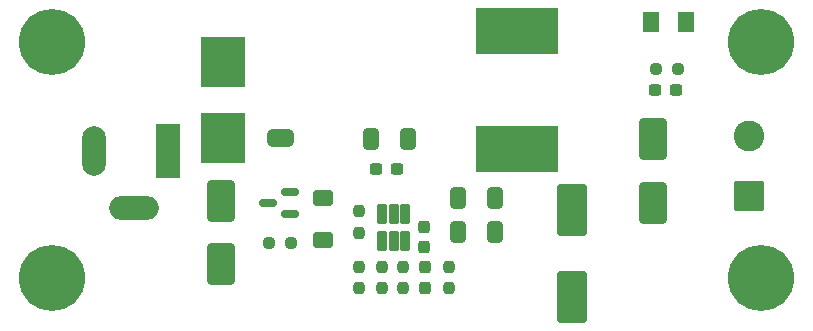
<source format=gbr>
%TF.GenerationSoftware,KiCad,Pcbnew,9.0.5*%
%TF.CreationDate,2025-11-03T21:44:09+01:00*%
%TF.ProjectId,7_4V_battery_replacement,375f3456-5f62-4617-9474-6572795f7265,rev?*%
%TF.SameCoordinates,Original*%
%TF.FileFunction,Soldermask,Top*%
%TF.FilePolarity,Negative*%
%FSLAX46Y46*%
G04 Gerber Fmt 4.6, Leading zero omitted, Abs format (unit mm)*
G04 Created by KiCad (PCBNEW 9.0.5) date 2025-11-03 21:44:09*
%MOMM*%
%LPD*%
G01*
G04 APERTURE LIST*
G04 Aperture macros list*
%AMRoundRect*
0 Rectangle with rounded corners*
0 $1 Rounding radius*
0 $2 $3 $4 $5 $6 $7 $8 $9 X,Y pos of 4 corners*
0 Add a 4 corners polygon primitive as box body*
4,1,4,$2,$3,$4,$5,$6,$7,$8,$9,$2,$3,0*
0 Add four circle primitives for the rounded corners*
1,1,$1+$1,$2,$3*
1,1,$1+$1,$4,$5*
1,1,$1+$1,$6,$7*
1,1,$1+$1,$8,$9*
0 Add four rect primitives between the rounded corners*
20,1,$1+$1,$2,$3,$4,$5,0*
20,1,$1+$1,$4,$5,$6,$7,0*
20,1,$1+$1,$6,$7,$8,$9,0*
20,1,$1+$1,$8,$9,$2,$3,0*%
%AMFreePoly0*
4,1,23,0.500000,-0.750000,0.000000,-0.750000,0.000000,-0.745722,-0.065263,-0.745722,-0.191342,-0.711940,-0.304381,-0.646677,-0.396677,-0.554381,-0.461940,-0.441342,-0.495722,-0.315263,-0.495722,-0.250000,-0.500000,-0.250000,-0.500000,0.250000,-0.495722,0.250000,-0.495722,0.315263,-0.461940,0.441342,-0.396677,0.554381,-0.304381,0.646677,-0.191342,0.711940,-0.065263,0.745722,0.000000,0.745722,
0.000000,0.750000,0.500000,0.750000,0.500000,-0.750000,0.500000,-0.750000,$1*%
%AMFreePoly1*
4,1,23,0.000000,0.745722,0.065263,0.745722,0.191342,0.711940,0.304381,0.646677,0.396677,0.554381,0.461940,0.441342,0.495722,0.315263,0.495722,0.250000,0.500000,0.250000,0.500000,-0.250000,0.495722,-0.250000,0.495722,-0.315263,0.461940,-0.441342,0.396677,-0.554381,0.304381,-0.646677,0.191342,-0.711940,0.065263,-0.745722,0.000000,-0.745722,0.000000,-0.750000,-0.500000,-0.750000,
-0.500000,0.750000,0.000000,0.750000,0.000000,0.745722,0.000000,0.745722,$1*%
G04 Aperture macros list end*
%ADD10R,2.000000X4.600000*%
%ADD11O,2.000000X4.200000*%
%ADD12O,4.200000X2.000000*%
%ADD13RoundRect,0.237500X0.237500X-0.250000X0.237500X0.250000X-0.237500X0.250000X-0.237500X-0.250000X0*%
%ADD14RoundRect,0.237500X-0.250000X-0.237500X0.250000X-0.237500X0.250000X0.237500X-0.250000X0.237500X0*%
%ADD15RoundRect,0.250000X-1.000000X1.950000X-1.000000X-1.950000X1.000000X-1.950000X1.000000X1.950000X0*%
%ADD16RoundRect,0.237500X-0.237500X0.250000X-0.237500X-0.250000X0.237500X-0.250000X0.237500X0.250000X0*%
%ADD17C,3.600000*%
%ADD18C,5.600000*%
%ADD19R,7.000000X4.000000*%
%ADD20RoundRect,0.250000X0.412500X0.650000X-0.412500X0.650000X-0.412500X-0.650000X0.412500X-0.650000X0*%
%ADD21RoundRect,0.250000X-0.900000X1.500000X-0.900000X-1.500000X0.900000X-1.500000X0.900000X1.500000X0*%
%ADD22RoundRect,0.237500X-0.300000X-0.237500X0.300000X-0.237500X0.300000X0.237500X-0.300000X0.237500X0*%
%ADD23RoundRect,0.237500X0.237500X-0.300000X0.237500X0.300000X-0.237500X0.300000X-0.237500X-0.300000X0*%
%ADD24RoundRect,0.250000X-0.600000X0.400000X-0.600000X-0.400000X0.600000X-0.400000X0.600000X0.400000X0*%
%ADD25RoundRect,0.250001X0.462499X0.624999X-0.462499X0.624999X-0.462499X-0.624999X0.462499X-0.624999X0*%
%ADD26RoundRect,0.099250X-0.297750X0.727750X-0.297750X-0.727750X0.297750X-0.727750X0.297750X0.727750X0*%
%ADD27R,3.810000X4.240000*%
%ADD28FreePoly0,0.000000*%
%ADD29FreePoly1,0.000000*%
%ADD30RoundRect,0.237500X0.250000X0.237500X-0.250000X0.237500X-0.250000X-0.237500X0.250000X-0.237500X0*%
%ADD31RoundRect,0.250000X1.050000X-1.050000X1.050000X1.050000X-1.050000X1.050000X-1.050000X-1.050000X0*%
%ADD32C,2.600000*%
%ADD33RoundRect,0.150000X0.587500X0.150000X-0.587500X0.150000X-0.587500X-0.150000X0.587500X-0.150000X0*%
%ADD34RoundRect,0.250000X-0.412500X-0.650000X0.412500X-0.650000X0.412500X0.650000X-0.412500X0.650000X0*%
G04 APERTURE END LIST*
%TO.C,JP1*%
G36*
X119138560Y-87388000D02*
G01*
X119438560Y-87388000D01*
X119438560Y-88888000D01*
X119138560Y-88888000D01*
X119138560Y-87388000D01*
G37*
%TD*%
D10*
%TO.C,J1*%
X109805000Y-89281000D03*
D11*
X103505000Y-89281000D03*
D12*
X106905000Y-94081000D03*
%TD*%
D13*
%TO.C,R5*%
X129667000Y-100861500D03*
X129667000Y-99036500D03*
%TD*%
D14*
%TO.C,R7*%
X151130000Y-82296000D03*
X152955000Y-82296000D03*
%TD*%
D15*
%TO.C,C8*%
X144018000Y-94217000D03*
X144018000Y-101617000D03*
%TD*%
D16*
%TO.C,R2*%
X125984000Y-99036500D03*
X125984000Y-100861500D03*
%TD*%
%TO.C,R6*%
X127889000Y-99036500D03*
X127889000Y-100861500D03*
%TD*%
%TO.C,R3*%
X125984000Y-94337500D03*
X125984000Y-96162500D03*
%TD*%
D17*
%TO.C,H4*%
X100000000Y-80000000D03*
D18*
X100000000Y-80000000D03*
%TD*%
D19*
%TO.C,L1*%
X139319000Y-79074000D03*
X139319000Y-89074000D03*
%TD*%
D20*
%TO.C,C4*%
X137452500Y-96139000D03*
X134327500Y-96139000D03*
%TD*%
D21*
%TO.C,D1*%
X150876000Y-88232000D03*
X150876000Y-93632000D03*
%TD*%
D22*
%TO.C,C2*%
X127407500Y-90744000D03*
X129132500Y-90744000D03*
%TD*%
D23*
%TO.C,C6*%
X131572000Y-100811500D03*
X131572000Y-99086500D03*
%TD*%
D21*
%TO.C,D2*%
X114300000Y-93446000D03*
X114300000Y-98846000D03*
%TD*%
D24*
%TO.C,D3*%
X122936000Y-93246000D03*
X122936000Y-96746000D03*
%TD*%
D17*
%TO.C,H1*%
X100000000Y-100000000D03*
D18*
X100000000Y-100000000D03*
%TD*%
D25*
%TO.C,D4*%
X153633500Y-78359000D03*
X150658500Y-78359000D03*
%TD*%
D26*
%TO.C,U1*%
X129838000Y-94589000D03*
X128888000Y-94589000D03*
X127938000Y-94589000D03*
X127938000Y-96899000D03*
X128888000Y-96899000D03*
X129838000Y-96899000D03*
%TD*%
D17*
%TO.C,H3*%
X160000000Y-80000000D03*
D18*
X160000000Y-80000000D03*
%TD*%
D27*
%TO.C,F1*%
X114469097Y-81737668D03*
X114469097Y-88107668D03*
%TD*%
D17*
%TO.C,H2*%
X160000000Y-100000000D03*
D18*
X160000000Y-100000000D03*
%TD*%
D28*
%TO.C,JP1*%
X118638560Y-88138000D03*
D29*
X119938560Y-88138000D03*
%TD*%
D30*
%TO.C,R1*%
X120201060Y-97028000D03*
X118376060Y-97028000D03*
%TD*%
D23*
%TO.C,C3*%
X131445000Y-97382500D03*
X131445000Y-95657500D03*
%TD*%
D20*
%TO.C,C5*%
X137452500Y-93218000D03*
X134327500Y-93218000D03*
%TD*%
D31*
%TO.C,J2*%
X159004000Y-93091000D03*
D32*
X159004000Y-88011000D03*
%TD*%
D33*
%TO.C,Q2*%
X120130060Y-94596000D03*
X120130060Y-92696000D03*
X118255060Y-93646000D03*
%TD*%
D34*
%TO.C,C1*%
X126961500Y-88265000D03*
X130086500Y-88265000D03*
%TD*%
D22*
%TO.C,C7*%
X151053000Y-84074000D03*
X152778000Y-84074000D03*
%TD*%
D16*
%TO.C,R4*%
X133604000Y-99036500D03*
X133604000Y-100861500D03*
%TD*%
M02*

</source>
